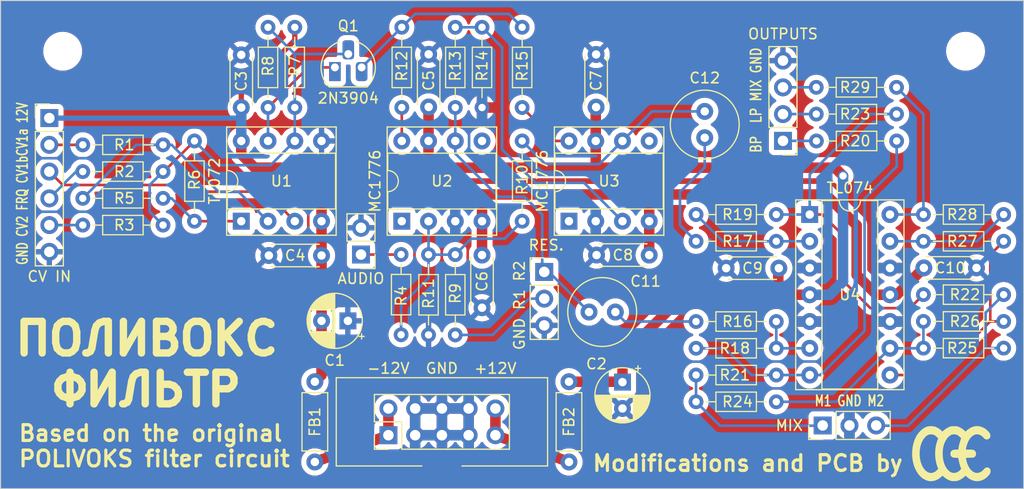
<source format=kicad_pcb>
(kicad_pcb (version 20221018) (generator pcbnew)
  (layers (0 "F.Cu" signal) (31 "B.Cu" signal) (34 "B.Paste" user) (35 "F.Paste" user) (36 "B.SilkS" user "B.Silkscreen") (37 "F.SilkS" user "F.Silkscreen") (38 "B.Mask" user) (39 "F.Mask" user) (44 "Edge.Cuts" user))
  (net 0 "")
  (net 1 "GND")
  (net 2 "-12V")
  (net 3 "+12V")
  (net 4 "/RES1")
  (net 5 "Net-(C11-Pad2)")
  (net 6 "Net-(C12-Pad1)")
  (net 7 "Net-(C12-Pad2)")
  (net 8 "Net-(J3-Pin_1)")
  (net 9 "Net-(J3-Pin_10)")
  (net 10 "/CV1_A")
  (net 11 "/CV1_B")
  (net 12 "/FRQ")
  (net 13 "/CV2")
  (net 14 "/AUDIO_IN")
  (net 15 "/RES2")
  (net 16 "/BPO")
  (net 17 "/MIX")
  (net 18 "/LPO")
  (net 19 "Net-(Q1-E)")
  (net 20 "Net-(Q1-B)")
  (net 21 "Net-(Q1-C)")
  (net 22 "Net-(U2A--)")
  (net 23 "Net-(R5-Pad1)")
  (net 24 "Net-(U2A-Iset)")
  (net 25 "Net-(U3A-+)")
  (net 26 "Net-(U3A-Iset)")
  (net 27 "Net-(U4B--)")
  (net 28 "Net-(U4C--)")
  (net 29 "Net-(R18-Pad1)")
  (net 30 "Net-(R19-Pad1)")
  (net 31 "/MIX1")
  (net 32 "/MIX2")
  (net 33 "Net-(U4A--)")
  (net 34 "Net-(R26-Pad1)")
  (net 35 "Net-(U4D--)")
  (net 36 "Net-(R28-Pad1)")
  (net 41 "Net-(U1A--)")
  (footprint "Package_DIP:DIP-8_W7.62mm_Socket" (layer "F.Cu") (at 135.6995 106.3117 90)
    (fp_text reference "U2" (at 3.81 3.81 180) (layer "F.SilkS"))
    (fp_text value "MC1776")
    (fp_text user "MC1776" (at 3.81 -2.54 90 unlocked) (layer "F.SilkS"))
    (pad "1" thru_hole rect (at 0 0 90) (size 1.6 1.6) (drill 0.8) (layers "*.Cu" "*.Mask"))
    (pad "2" thru_hole oval (at 0 2.54 90) (size 1.6 1.6) (drill 0.8) (layers "*.Cu" "*.Mask") (net 22 "Net-(U2A--)"))
    (pad "3" thru_hole oval (at 0 5.08 90) (size 1.6 1.6) (drill 0.8) (layers "*.Cu" "*.Mask") (net 1 "GND") (thermal_bridge_width 1))
    (pad "4" thru_hole oval (at 0 7.62 90) (size 1.6 1.6) (drill 0.8) (layers "*.Cu" "*.Mask") (net 2 "-12V"))
    (pad "5" thru_hole oval (at 7.62 7.62 90) (size 1.6 1.6) (drill 0.8) (layers "*.Cu" "*.Mask"))
    (pad "6" thru_hole oval (at 7.62 5.08 90) (size 1.6 1.6) (drill 0.8) (layers "*.Cu" "*.Mask") (net 4 "/RES1"))
    (pad "7" thru_hole oval (at 7.62 2.54 90) (size 1.6 1.6) (drill 0.8) (layers "*.Cu" "*.Mask") (net 3 "+12V"))
    (pad "8" thru_hole oval (at 7.62 0 90) (size 1.6 1.6) (drill 0.8) (layers "*.Cu" "*.Mask") (net 24 "Net-(U2A-Iset)"))
  )
  (footprint "CGE_footprints:C_Disc_D4.3mm_W1.9mm_P5.00mm" (layer "F.Cu") (at 143.3195 109.5267 -90)
    (fp_text reference "C6" (at 2.5 0 90) (layer "F.SilkS"))
    (fp_text value "100n")
    (pad "1" thru_hole circle (at 0 0 270) (size 1.6 1.6) (drill 0.8) (layers "*.Cu" "*.Mask") (net 2 "-12V"))
    (pad "2" thru_hole circle (at 5 0 270) (size 1.6 1.6) (drill 0.8) (layers "*.Cu" "*.Mask") (net 1 "GND"))
  )
  (footprint "CGE_footprints:R_Axial_DIN0204_L3.6mm_D1.6mm_P7.62mm_Horizontal" (layer "F.Cu") (at 175.0568 93.599)
    (fp_text reference "R29" (at 3.683 0) (layer "F.SilkS"))
    (fp_text value "1k")
    (pad "1" thru_hole circle (at 0 0) (size 1.4 1.4) (drill 0.7) (layers "*.Cu" "*.Mask") (net 17 "/MIX"))
    (pad "2" thru_hole oval (at 7.62 0) (size 1.4 1.4) (drill 0.7) (layers "*.Cu" "*.Mask") (net 36 "Net-(R28-Pad1)"))
  )
  (footprint "CGE_footprints:C_Disc_D4.3mm_W1.9mm_P5.00mm" (layer "F.Cu") (at 120.4595 95.5167 90)
    (fp_text reference "C3" (at 2.5 0 90) (layer "F.SilkS"))
    (fp_text value "100n")
    (pad "1" thru_hole circle (at 0 0 90) (size 1.6 1.6) (drill 0.8) (layers "*.Cu" "*.Mask") (net 3 "+12V"))
    (pad "2" thru_hole circle (at 5 0 90) (size 1.6 1.6) (drill 0.8) (layers "*.Cu" "*.Mask") (net 1 "GND"))
  )
  (footprint "CGE_footprints:R_Axial_DIN0204_L3.6mm_D1.6mm_P7.62mm_Horizontal" (layer "F.Cu") (at 171.2595 108.2167 180)
    (fp_text reference "R17" (at 3.683 0) (layer "F.SilkS"))
    (fp_text value "75k")
    (pad "1" thru_hole circle (at 0 0 180) (size 1.4 1.4) (drill 0.7) (layers "*.Cu" "*.Mask") (net 33 "Net-(U4A--)"))
    (pad "2" thru_hole oval (at 7.62 0 180) (size 1.4 1.4) (drill 0.7) (layers "*.Cu" "*.Mask") (net 7 "Net-(C12-Pad2)"))
  )
  (footprint "CGE_footprints:R_Axial_DIN0204_L3.6mm_D1.6mm_P7.62mm_Horizontal" (layer "F.Cu") (at 192.8495 113.284 180)
    (fp_text reference "R22" (at 3.683 0) (layer "F.SilkS"))
    (fp_text value "68k")
    (pad "1" thru_hole circle (at 0 0 180) (size 1.4 1.4) (drill 0.7) (layers "*.Cu" "*.Mask") (net 32 "/MIX2"))
    (pad "2" thru_hole oval (at 7.62 0 180) (size 1.4 1.4) (drill 0.7) (layers "*.Cu" "*.Mask") (net 30 "Net-(R19-Pad1)"))
  )
  (footprint "Package_DIP:DIP-8_W7.62mm_Socket" (layer "F.Cu") (at 120.4595 106.3117 90)
    (fp_text reference "U1" (at 3.81 3.81 180) (layer "F.SilkS"))
    (fp_text value "TL072")
    (fp_text user "TL072" (at 3.81 -2.54 90 unlocked) (layer "F.SilkS"))
    (pad "1" thru_hole rect (at 0 0 90) (size 1.6 1.6) (drill 0.8) (layers "*.Cu" "*.Mask") (net 23 "Net-(R5-Pad1)"))
    (pad "2" thru_hole oval (at 0 2.54 90) (size 1.6 1.6) (drill 0.8) (layers "*.Cu" "*.Mask") (net 41 "Net-(U1A--)"))
    (pad "3" thru_hole oval (at 0 5.08 90) (size 1.6 1.6) (drill 0.8) (layers "*.Cu" "*.Mask") (net 11 "/CV1_B"))
    (pad "4" thru_hole oval (at 0 7.62 90) (size 1.6 1.6) (drill 0.8) (layers "*.Cu" "*.Mask") (net 2 "-12V"))
    (pad "5" thru_hole oval (at 7.62 7.62 90) (size 1.6 1.6) (drill 0.8) (layers "*.Cu" "*.Mask") (net 1 "GND"))
    (pad "6" thru_hole oval (at 7.62 5.08 90) (size 1.6 1.6) (drill 0.8) (layers "*.Cu" "*.Mask") (net 20 "Net-(Q1-B)"))
    (pad "7" thru_hole oval (at 7.62 2.54 90) (size 1.6 1.6) (drill 0.8) (layers "*.Cu" "*.Mask") (net 19 "Net-(Q1-E)"))
    (pad "8" thru_hole oval (at 7.62 0 90) (size 1.6 1.6) (drill 0.8) (layers "*.Cu" "*.Mask") (net 3 "+12V"))
  )
  (footprint "CGE_footprints:R_Axial_DIN0204_L3.6mm_D1.6mm_P7.62mm_Horizontal" (layer "F.Cu") (at 113.03 99.06 180)
    (fp_text reference "R1" (at 3.683 0) (layer "F.SilkS"))
    (fp_text value "100k")
    (pad "1" thru_hole circle (at 0 0 180) (size 1.4 1.4) (drill 0.7) (layers "*.Cu" "*.Mask") (net 41 "Net-(U1A--)"))
    (pad "2" thru_hole oval (at 7.62 0 180) (size 1.4 1.4) (drill 0.7) (layers "*.Cu" "*.Mask") (net 10 "/CV1_A"))
  )
  (footprint "CGE_footprints:R_Axial_DIN0204_L3.6mm_D1.6mm_P7.62mm_Horizontal" (layer "F.Cu") (at 113.03 106.68 180)
    (fp_text reference "R3" (at 3.683 0) (layer "F.SilkS"))
    (fp_text value "100k")
    (pad "1" thru_hole circle (at 0 0 180) (size 1.4 1.4) (drill 0.7) (layers "*.Cu" "*.Mask") (net 20 "Net-(Q1-B)"))
    (pad "2" thru_hole oval (at 7.62 0 180) (size 1.4 1.4) (drill 0.7) (layers "*.Cu" "*.Mask") (net 13 "/CV2"))
  )
  (footprint "MountingHole:MountingHole_3.2mm_M3" (layer "F.Cu") (at 189.23 90.17)
    (fp_text reference "REF**" hide)
    (fp_text value "3.2mm")
    (pad "" np_thru_hole circle (at 0 0) (size 3.2 3.2) (drill 3.2) (layers "*.Cu" "*.Mask"))
  )
  (footprint "CGE_footprints:R_Axial_DIN0204_L3.6mm_D1.6mm_P7.62mm_Horizontal" (layer "F.Cu") (at 185.2295 108.2167)
    (fp_text reference "R27" (at 3.683 0) (layer "F.SilkS"))
    (fp_text value "100k")
    (pad "1" thru_hole circle (at 0 0) (size 1.4 1.4) (drill 0.7) (layers "*.Cu" "*.Mask") (net 35 "Net-(U4D--)"))
    (pad "2" thru_hole oval (at 7.62 0) (size 1.4 1.4) (drill 0.7) (layers "*.Cu" "*.Mask") (net 34 "Net-(R26-Pad1)"))
  )
  (footprint "Connector_PinHeader_2.54mm:PinHeader_1x02_P2.54mm_Vertical" (layer "F.Cu") (at 131.826 109.479 180)
    (fp_text reference "J12" hide)
    (fp_text value "AUDIO")
    (fp_text user "AUDIO" (at 0 -2.281 unlocked) (layer "F.SilkS"))
    (pad "1" thru_hole rect (at 0 0 180) (size 1.7 1.7) (drill 1) (layers "*.Cu" "*.Mask") (net 14 "/AUDIO_IN"))
    (pad "2" thru_hole oval (at 0 2.54 180) (size 1.7 1.7) (drill 1) (layers "*.Cu" "*.Mask") (net 1 "GND"))
  )
  (footprint "Connector_PinHeader_2.54mm:PinHeader_1x03_P2.54mm_Vertical" (layer "F.Cu") (at 175.6664 125.7046 90)
    (fp_text reference "J13" hide)
    (fp_text value "MIX")
    (fp_text user "MIX" (at 0 -3.175 unlocked) (layer "F.SilkS"))
    (fp_text user "M1 GND M2" (at 2.3368 2.54 unlocked) (layer "F.SilkS") (effects (font (size 1 0.75))))
    (pad "1" thru_hole rect (at 0 0 90) (size 1.7 1.7) (drill 1) (layers "*.Cu" "*.Mask") (net 31 "/MIX1"))
    (pad "2" thru_hole oval (at 0 2.54 90) (size 1.7 1.7) (drill 1) (layers "*.Cu" "*.Mask") (net 1 "GND") (thermal_bridge_width 1))
    (pad "3" thru_hole oval (at 0 5.08 90) (size 1.7 1.7) (drill 1) (layers "*.Cu" "*.Mask") (net 32 "/MIX2"))
  )
  (footprint "CGE_footprints:R_Axial_DIN0204_L3.6mm_D1.6mm_P7.62mm_Horizontal" (layer "F.Cu") (at 175.0568 96.139)
    (fp_text reference "R23" (at 3.683 0) (layer "F.SilkS"))
    (fp_text value "1k")
    (pad "1" thru_hole circle (at 0 0) (size 1.4 1.4) (drill 0.7) (layers "*.Cu" "*.Mask") (net 18 "/LPO"))
    (pad "2" thru_hole oval (at 7.62 0) (size 1.4 1.4) (drill 0.7) (layers "*.Cu" "*.Mask") (net 30 "Net-(R19-Pad1)"))
  )
  (footprint "Capacitor_THT:CP_Radial_D5.0mm_P2.50mm" (layer "F.Cu") (at 130.5814 115.7732 180)
    (fp_text reference "C1" (at 1.25 -3.75) (layer "F.SilkS"))
    (fp_text value "10u")
    (pad "1" thru_hole rect (at 0 0 180) (size 1.6 1.6) (drill 0.8) (layers "*.Cu" "*.Mask") (net 1 "GND"))
    (pad "2" thru_hole circle (at 2.5 0 180) (size 1.6 1.6) (drill 0.8) (layers "*.Cu" "*.Mask") (net 2 "-12V"))
  )
  (footprint "Capacitor_THT:CP_Radial_D5.0mm_P2.50mm" (layer "F.Cu") (at 156.6545 121.5917 -90)
    (fp_text reference "C2" (at -1.7291 2.4765 -180) (layer "F.SilkS"))
    (fp_text value "10u")
    (pad "1" thru_hole rect (at 0 0 270) (size 1.6 1.6) (drill 0.8) (layers "*.Cu" "*.Mask") (net 3 "+12V"))
    (pad "2" thru_hole circle (at 2.5 0 270) (size 1.6 1.6) (drill 0.8) (layers "*.Cu" "*.Mask") (net 1 "GND"))
  )
  (footprint "CGE_footprints:R_Axial_DIN0204_L3.6mm_D1.6mm_P7.62mm_Horizontal" (layer "F.Cu") (at 163.6395 120.9167)
    (fp_text reference "R21" (at 3.683 0) (layer "F.SilkS"))
    (fp_text value "68k")
    (pad "1" thru_hole circle (at 0 0) (size 1.4 1.4) (drill 0.7) (layers "*.Cu" "*.Mask") (net 31 "/MIX1"))
    (pad "2" thru_hole oval (at 7.62 0) (size 1.4 1.4) (drill 0.7) (layers "*.Cu" "*.Mask") (net 29 "Net-(R18-Pad1)"))
  )
  (footprint "CGE_footprints:R_Axial_DIN0204_L3.6mm_D1.6mm_P7.62mm_Horizontal" (layer "F.Cu") (at 116.0145 98.6917 -90)
    (fp_text reference "R6" (at 3.683 0 90) (layer "F.SilkS"))
    (fp_text value "47k")
    (pad "1" thru_hole circle (at 0 0 270) (size 1.4 1.4) (drill 0.7) (layers "*.Cu" "*.Mask") (net 20 "Net-(Q1-B)"))
    (pad "2" thru_hole oval (at 7.62 0 270) (size 1.4 1.4) (drill 0.7) (layers "*.Cu" "*.Mask") (net 23 "Net-(R5-Pad1)"))
  )
  (footprint "CGE_footprints:C_Disc_D4.3mm_W1.9mm_P5.00mm" (layer "F.Cu") (at 154.1526 95.4786 90)
    (fp_text reference "C7" (at 2.5 0 90) (layer "F.SilkS"))
    (fp_text value "100n")
    (pad "1" thru_hole circle (at 0 0 90) (size 1.6 1.6) (drill 0.8) (layers "*.Cu" "*.Mask") (net 3 "+12V"))
    (pad "2" thru_hole circle (at 5 0 90) (size 1.6 1.6) (drill 0.8) (layers "*.Cu" "*.Mask") (net 1 "GND"))
  )
  (footprint "CGE_footprints:R_Axial_DIN0204_L3.6mm_D1.6mm_P7.62mm_Horizontal" (layer "F.Cu") (at 192.8495 115.824 180)
    (fp_text reference "R26" (at 3.683 0) (layer "F.SilkS"))
    (fp_text value "240k")
    (pad "1" thru_hole circle (at 0 0 180) (size 1.4 1.4) (drill 0.7) (layers "*.Cu" "*.Mask") (net 34 "Net-(R26-Pad1)"))
    (pad "2" thru_hole oval (at 7.62 0 180) (size 1.4 1.4) (drill 0.7) (layers "*.Cu" "*.Mask") (net 28 "Net-(U4C--)"))
  )
  (footprint "CGE_footprints:R_Axial_DIN0204_L3.6mm_D1.6mm_P7.62mm_Horizontal" (layer "F.Cu") (at 171.2595 123.4567 180)
    (fp_text reference "R24" (at 3.683 0) (layer "F.SilkS"))
    (fp_text value "68k")
    (pad "1" thru_hole circle (at 0 0 180) (size 1.4 1.4) (drill 0.7) (layers "*.Cu" "*.Mask") (net 28 "Net-(U4C--)"))
    (pad "2" thru_hole oval (at 7.62 0 180) (size 1.4 1.4) (drill 0.7) (layers "*.Cu" "*.Mask") (net 31 "/MIX1"))
  )
  (footprint "CGE_footprints:C_Disc_D4.3mm_W1.9mm_P5.00mm" (layer "F.Cu") (at 128.0795 109.5667 180)
    (fp_text reference "C4" (at 2.5 0) (layer "F.SilkS"))
    (fp_text value "100n")
    (pad "1" thru_hole circle (at 0 0 180) (size 1.6 1.6) (drill 0.8) (layers "*.Cu" "*.Mask") (net 2 "-12V"))
    (pad "2" thru_hole circle (at 5 0 180) (size 1.6 1.6) (drill 0.8) (layers "*.Cu" "*.Mask") (net 1 "GND"))
  )
  (footprint "CGE_footprints:C_Disc_D4.3mm_W1.9mm_P5.00mm" (layer "F.Cu") (at 159.1945 109.5267 180)
    (fp_text reference "C8" (at 2.5 0) (layer "F.SilkS"))
    (fp_text value "100n")
    (pad "1" thru_hole circle (at 0 0 180) (size 1.6 1.6) (drill 0.8) (layers "*.Cu" "*.Mask") (net 2 "-12V"))
    (pad "2" thru_hole circle (at 5 0 180) (size 1.6 1.6) (drill 0.8) (layers "*.Cu" "*.Mask") (net 1 "GND"))
  )
  (footprint "Inductor_THT:L_Axial_L5.3mm_D2.2mm_P7.62mm_Horizontal_Vishay_IM-1" (layer "F.Cu") (at 127.4445 121.5517 -90)
    (fp_text reference "FB1" (at 3.81 0 90) (layer "F.SilkS"))
    (fp_text value "FB")
    (pad "1" thru_hole circle (at 0 0 270) (size 1.6 1.6) (drill 0.8) (layers "*.Cu" "*.Mask") (net 2 "-12V"))
    (pad "2" thru_hole oval (at 7.62 0 270) (size 1.6 1.6) (drill 0.8) (layers "*.Cu" "*.Mask") (net 8 "Net-(J3-Pin_1)"))
  )
  (footprint "CGE_footprints:R_Axial_DIN0204_L3.6mm_D1.6mm_P7.62mm_Horizontal" (layer "F.Cu") (at 185.2295 118.364)
    (fp_text reference "R25" (at 3.683 0) (layer "F.SilkS"))
    (fp_text value "68k")
    (pad "1" thru_hole circle (at 0 0) (size 1.4 1.4) (drill 0.7) (layers "*.Cu" "*.Mask") (net 28 "Net-(U4C--)"))
    (pad "2" thru_hole oval (at 7.62 0) (size 1.4 1.4) (drill 0.7) (layers "*.Cu" "*.Mask") (net 32 "/MIX2"))
  )
  (footprint "CGE_footprints:R_Axial_DIN0204_L3.6mm_D1.6mm_P7.62mm_Horizontal" (layer "F.Cu") (at 140.7795 109.4867 -90)
    (fp_text reference "R9" (at 3.683 0 90) (layer "F.SilkS"))
    (fp_text value "47k")
    (pad "1" thru_hole circle (at 0 0 270) (size 1.4 1.4) (drill 0.7) (layers "*.Cu" "*.Mask") (net 22 "Net-(U2A--)"))
    (pad "2" thru_hole oval (at 7.62 0 270) (size 1.4 1.4) (drill 0.7) (layers "*.Cu" "*.Mask") (net 15 "/RES2"))
  )
  (footprint "Capacitor_THT:C_Radial_D6.3mm_H7.0mm_P2.50mm" (layer "F.Cu") (at 164.465 95.885 -90)
    (fp_text reference "C12" (at -3.175 0 -180) (layer "F.SilkS"))
    (fp_text value "10u")
    (pad "1" thru_hole circle (at 0 0 270) (size 1.6 1.6) (drill 0.8) (layers "*.Cu" "*.Mask") (net 6 "Net-(C12-Pad1)"))
    (pad "2" thru_hole circle (at 2.5 0 270) (size 1.6 1.6) (drill 0.8) (layers "*.Cu" "*.Mask") (net 7 "Net-(C12-Pad2)"))
  )
  (footprint "CGE_footprints:R_Axial_DIN0204_L3.6mm_D1.6mm_P7.62mm_Horizontal" (layer "F.Cu") (at 171.2595 115.8367 180)
    (fp_text reference "R16" (at 3.683 0) (layer "F.SilkS"))
    (fp_text value "62k")
    (pad "1" thru_hole circle (at 0 0 180) (size 1.4 1.4) (drill 0.7) (layers "*.Cu" "*.Mask") (net 27 "Net-(U4B--)"))
    (pad "2" thru_hole oval (at 7.62 0 180) (size 1.4 1.4) (drill 0.7) (layers "*.Cu" "*.Mask") (net 5 "Net-(C11-Pad2)"))
  )
  (footprint "CGE_footprints:R_Axial_DIN0204_L3.6mm_D1.6mm_P7.62mm_Horizontal" (layer "F.Cu") (at 185.2295 105.6767)
    (fp_text reference "R28" (at 3.683 0) (layer "F.SilkS"))
    (fp_text value "100k")
    (pad "1" thru_hole circle (at 0 0) (size 1.4 1.4) (drill 0.7) (layers "*.Cu" "*.Mask") (net 36 "Net-(R28-Pad1)"))
    (pad "2" thru_hole oval (at 7.62 0) (size 1.4 1.4) (drill 0.7) (layers "*.Cu" "*.Mask") (net 35 "Net-(U4D--)"))
  )
  (footprint "CGE_footprints:R_Axial_DIN0204_L3.6mm_D1.6mm_P7.62mm_Horizontal" (layer "F.Cu") (at 135.6995 87.8967 -90)
    (fp_text reference "R12" (at 3.683 0 90) (layer "F.SilkS"))
    (fp_text value "110k")
    (pad "1" thru_hole circle (at 0 0 270) (size 1.4 1.4) (drill 0.7) (layers "*.Cu" "*.Mask") (net 21 "Net-(Q1-C)"))
    (pad "2" thru_hole oval (at 7.62 0 270) (size 1.4 1.4) (drill 0.7) (layers "*.Cu" "*.Mask") (net 24 "Net-(U2A-Iset)"))
  )
  (footprint "CGE_footprints:C_Disc_D4.3mm_W1.9mm_P5.00mm" (layer "F.Cu") (at 138.2522 95.464 90)
    (fp_text reference "C5" (at 2.5 0 90) (layer "F.SilkS"))
    (fp_text value "100n")
    (pad "1" thru_hole circle (at 0 0 90) (size 1.6 1.6) (drill 0.8) (layers "*.Cu" "*.Mask") (net 3 "+12V"))
    (pad "2" thru_hole circle (at 5 0 90) (size 1.6 1.6) (drill 0.8) (layers "*.Cu" "*.Mask") (net 1 "GND"))
  )
  (footprint "CGE_footprints:R_Axial_DIN0204_L3.6mm_D1.6mm_P7.62mm_Horizontal" (layer "F.Cu") (at 113.03 104.14 180)
    (fp_text reference "R5" (at 3.683 0) (layer "F.SilkS"))
    (fp_text value "100k")
    (pad "1" thru_hole circle (at 0 0 180) (size 1.4 1.4) (drill 0.7) (layers "*.Cu" "*.Mask") (net 23 "Net-(R5-Pad1)"))
    (pad "2" thru_hole oval (at 7.62 0 180) (size 1.4 1.4) (drill 0.7) (layers "*.Cu" "*.Mask") (net 41 "Net-(U1A--)"))
  )
  (footprint "CGE_footprints:R_Axial_DIN0204_L3.6mm_D1.6mm_P7.62mm_Horizontal" (layer "F.Cu") (at 147.1295 87.8967 -90)
    (fp_text reference "R15" (at 3.683 0 90) (layer "F.SilkS"))
    (fp_text value "110k")
    (pad "1" thru_hole circle (at 0 0 270) (size 1.4 1.4) (drill 0.7) (layers "*.Cu" "*.Mask") (net 21 "Net-(Q1-C)"))
    (pad "2" thru_hole oval (at 7.62 0 270) (size 1.4 1.4) (drill 0.7) (layers "*.Cu" "*.Mask") (net 26 "Net-(U3A-Iset)"))
  )
  (footprint "CGE_footprints:R_Axial_DIN0204_L3.6mm_D1.6mm_P7.62mm_Horizontal" (layer "F.Cu") (at 163.6395 118.3767)
    (fp_text reference "R18" (at 3.683 0) (layer "F.SilkS"))
    (fp_text value "100k")
    (pad "1" thru_hole circle (at 0 0) (size 1.4 1.4) (drill 0.7) (layers "*.Cu" "*.Mask") (net 29 "Net-(R18-Pad1)"))
    (pad "2" thru_hole oval (at 7.62 0) (size 1.4 1.4) (drill 0.7) (layers "*.Cu" "*.Mask") (net 27 "Net-(U4B--)"))
  )
  (footprint "Inductor_THT:L_Axial_L5.3mm_D2.2mm_P7.62mm_Horizontal_Vishay_IM-1" (layer "F.Cu") (at 151.5745 121.5517 -90)
    (fp_text reference "FB2" (at 3.81 0 90) (layer "F.SilkS"))
    (fp_text value "FB")
    (pad "1" thru_hole circle (at 0 0 270) (size 1.6 1.6) (drill 0.8) (layers "*.Cu" "*.Mask") (net 3 "+12V"))
    (pad "2" thru_hole oval (at 7.62 0 270) (size 1.6 1.6) (drill 0.8) (layers "*.Cu" "*.Mask") (net 9 "Net-(J3-Pin_10)"))
  )
  (footprint "CGE_footprints:R_Axial_DIN0204_L3.6mm_D1.6mm_P7.62mm_Horizontal" (layer "F.Cu") (at 175.0695 98.6917)
    (fp_text reference "R20" (at 3.683 0) (layer "F.SilkS"))
    (fp_text value "1k")
    (pad "1" thru_hole circle (at 0 0) (size 1.4 1.4) (drill 0.7) (layers "*.Cu" "*.Mask") (net 16 "/BPO"))
    (pad "2" thru_hole oval (at 7.62 0) (size 1.4 1.4) (drill 0.7) (layers "*.Cu" "*.Mask") (net 29 "Net-(R18-Pad1)"))
  )
  (footprint "CGE_footprints:C_Disc_D4.3mm_W1.9mm_P5.00mm" (layer "F.Cu") (at 185.2695 110.744)
    (fp_text reference "C10" (at 2.5 0) (layer "F.SilkS"))
    (fp_text value "100n")
    (pad "1" thru_hole circle (at 0 0) (size 1.6 1.6) (drill 0.8) (layers "*.Cu" "*.Mask") (net 2 "-12V"))
    (pad "2" thru_hole circle (at 5 0) (size 1.6 1.6) (drill 0.8) (layers "*.Cu" "*.Mask") (net 1 "GND"))
  )
  (footprint "CGE_footprints:R_Axial_DIN0204_L3.6mm_D1.6mm_P7.62mm_Horizontal" (layer "F.Cu") (at 143.3195 87.8967 -90)
    (fp_text reference "R14" (at 3.683 0 90) (layer "F.SilkS"))
    (fp_text value "1k")
    (pad "1" thru_hole circle (at 0 0 270) (size 1.4 1.4) (drill 0.7) (layers "*.Cu" "*.Mask") (net 25 "Net-(U3A-+)"))
    (pad "2" thru_hole oval (at 7.62 0 270) (size 1.4 1.4) (drill 0.7) (layers "*.Cu" "*.Mask") (net 1 "GND") (thermal_bridge_width 1))
  )
  (footprint "Connector_PinHeader_2.54mm:PinHeader_1x04_P2.54mm_Vertical" (layer "F.Cu") (at 171.8945 98.6817 180)
    (fp_text reference "J4" hide)
    (fp_text value "OUTPUTS")
    (fp_text user "OUTPUTS" (at 0 10.15 unlocked) (layer "F.SilkS"))
    (fp_text user "BP  LP MIX GND" (at 2.5527 3.8635 90 unlocked) (layer "F.SilkS") (effects (font (size 1 0.8))))
    (pad "1" thru_hole rect (at 0 0 180) (size 1.7 1.7) (drill 1) (layers "*.Cu" "*.Mask") (net 16 "/BPO"))
    (pad "2" thru_hole oval (at 0 2.54 180) (size 1.7 1.7) (drill 1) (layers "*.Cu" "*.Mask") (net 18 "/LPO"))
    (pad "3" thru_hole oval (at 0 5.08 180) (size 1.7 1.7) (drill 1) (layers "*.Cu" "*.Mask") (net 17 "/MIX"))
    (pad "4" thru_hole oval (at 0 7.62 180) (size 1.7 1.7) (drill 1) (layers "*.Cu" "*.Mask") (net 1 "GND"))
  )
  (footprint "CGE_footprints:R_Axial_DIN0204_L3.6mm_D1.6mm_P7.62mm_Horizontal" (layer "F.Cu") (at 122.9995 87.8967 -90)
    (fp_text reference "R8" (at 3.683 0 90) (layer "F.SilkS"))
    (fp_text value "3k")
    (pad "1" thru_hole circle (at 0 0 270) (size 1.4 1.4) (drill 0.7) (layers "*.Cu" "*.Mask") (net 20 "Net-(Q1-B)"))
    (pad "2" thru_hole oval (at 7.62 0 270) (size 1.4 1.4) (drill 0.7) (layers "*.Cu" "*.Mask") (net 19 "Net-(Q1-E)"))
  )
  (footprint "CGE_footprints:R_Axial_DIN0204_L3.6mm_D1.6mm_P7.62mm_Horizontal" (layer "F.Cu") (at 147.1295 98.6917 -90)
    (fp_text reference "R10" (at 3.683 0 90) (layer "F.SilkS"))
    (fp_text value "47k")
    (pad "1" thru_hole circle (at 0 0 270) (size 1.4 1.4) (drill 0.7) (layers "*.Cu" "*.Mask") (net 6 "Net-(C12-Pad1)"))
    (pad "2" thru_hole oval (at 7.62 0 270) (size 1.4 1.4) (drill 0.7) (layers "*.Cu" "*.Mask") (net 22 "Net-(U2A--)"))
  )
  (footprint "CGE_footprints:R_Axial_DIN0204_L3.6mm_D1.6mm_P7.62mm_Horizontal" (layer "F.Cu") (at 138.2395 109.4867 -90)
    (fp_text reference "R11" (at 3.683 0 90) (layer "F.SilkS"))
    (fp_text value "1k")
    (pad "1" thru_hole circle (at 0 0 270) (size 1.4 1.4) (drill 0.7) (layers "*.Cu" "*.Mask") (net 22 "Net-(U2A--)"))
    (pad "2" thru_hole oval (at 7.62 0 270) (size 1.4 1.4) (drill 0.7) (layers "*.Cu" "*.Mask") (net 1 "GND"))
  )
  (footprint "CGE_footprints:R_Axial_DIN0204_L3.6mm_D1.6mm_P7.62mm_Horizontal" (layer "F.Cu") (at 135.636 117.094 90)
    (fp_text reference "R4" (at 3.683 0 90) (layer "F.SilkS"))
    (fp_text value "47k")
    (pad "1" thru_hole circle (at 0 0 90) (size 1.4 1.4) (drill 0.7) (layers "*.Cu" "*.Mask") (net 22 "Net-(U2A--)"))
    (pad "2" thru_hole oval (at 7.62 0 90) (size 1.4 1.4) (drill 0.7) (layers "*.Cu" "*.Mask") (net 14 "/AUDIO_IN"))
  )
  (footprint "Package_DIP:DIP-14_W7.62mm_Socket" (layer "F.Cu") (at 174.4345 105.6767)
    (fp_text reference "U4" (at 3.81 7.62) (layer "F.SilkS"))
    (fp_text value "TL074")
    (fp_text user "TL074" (at 3.8227 -2.5273 unlocked) (layer "F.SilkS"))
    (pad "1" thru_hole rect (at 0 0) (size 1.6 1.6) (drill 0.8) (layers "*.Cu" "*.Mask") (net 30 "Net-(R19-Pad1)"))
    (pad "2" thru_hole oval (at 0 2.54) (size 1.6 1.6) (drill 0.8) (layers "*.Cu" "*.Mask") (net 33 "Net-(U4A--)"))
    (pad "3" thru_hole oval (at 0 5.08) (size 1.6 1.6) (drill 0.8) (layers "*.Cu" "*.Mask") (net 1 "GND") (thermal_bridge_width 1))
    (pad "4" thru_hole oval (at 0 7.62) (size 1.6 1.6) (drill 0.8) (layers "*.Cu" "*.Mask") (net 3 "+12V"))
    (pad "5" thru_hole oval (at 0 10.16) (size 1.6 1.6) (drill 0.8) (layers "*.Cu" "*.Mask") (net 1 "GND") (thermal_bridge_width 1))
    (pad "6" thru_hole oval (at 0 12.7) (size 1.6 1.6) (drill 0.8) (layers "*.Cu" "*.Mask") (net 27 "Net-(U4B--)"))
    (pad "7" thru_hole oval (at 0 15.24) (size 1.6 1.6) (drill 0.8) (layers "*.Cu" "*.Mask") (net 29 "Net-(R18-Pad1)"))
    (pad "8" thru_hole oval (at 7.62 15.24) (size 1.6 1.6) (drill 0.8) (layers "*.Cu" "*.Mask") (net 34 "Net-(R26-Pad1)"))
    (pad "9" thru_hole oval (at 7.62 12.7) (size 1.6 1.6) (drill 0.8) (layers "*.Cu" "*.Mask") (net 28 "Net-(U4C--)"))
    (pad "10" thru_hole oval (at 7.62 10.16) (size 1.6 1.6) (drill 0.8) (layers "*.Cu" "*.Mask") (net 1 "GND") (thermal_bridge_width 1))
    (pad "11" thru_hole oval (at 7.62 7.62) (size 1.6 1.6) (drill 0.8) (layers "*.Cu" "*.Mask") (net 2 "-12V"))
    (pad "12" thru_hole oval (at 7.62 5.08) (size 1.6 1.6) (drill 0.8) (layers "*.Cu" "*.Mask") (net 1 "GND") (thermal_bridge_width 1))
    (pad "13" thru_hole oval (at 7.62 2.54) (size 1.6 1.6) (drill 0.8) (layers "*.Cu" "*.Mask") (net 35 "Net-(U4D--)"))
    (pad "14" thru_hole oval (at 7.62 0) (size 1.6 1.6) (drill 0.8) (layers "*.Cu" "*.Mask") (net 36 "Net-(R28-Pad1)"))
  )
  (footprint "Connector_PinHeader_2.54mm:PinHeader_1x03_P2.54mm_Vertical" (layer "F.Cu") (at 149.225 111.125)
    (fp_text reference "J2" hide)
    (fp_text value "RESONANCE")
    (fp_text user "RES." (at 0.1855 -2.54 unlocked) (layer "F.SilkS"))
    (fp_text user "GND R1 R2" (at -2.3545 3.175 90 unlocked) (layer "F.SilkS"))
    (pad "1" thru_hole rect (at 0 0) (size 1.7 1.7) (drill 1) (layers "*.Cu" "*.Mask") (net 4 "/RES1"))
    (pad "2" thru_hole oval (at 0 2.54) (size 1.7 1.7) (drill 1) (layers "*.Cu" "*.Mask") (net 15 "/RES2"))
    (pad "3" thru_hole oval (at 0 5.08) (size 1.7 1.7) (drill 1) (layers "*.Cu" "*.Mask") (net 1 "GND"))
  )
  (footprint "Package_DIP:DIP-8_W7.62mm_Socket" (layer "F.Cu") (at 151.5745 106.3117 90)
    (fp_text reference "U3" (at 3.81 3.81 180) (layer "F.SilkS"))
    (fp_text value "MC1776")
    (fp_text user "MC1776" (at 3.81 -2.54 90 unlocked) (layer "F.SilkS"))
    (pad "1" thru_hole rect (at 0 0 90) (size 1.6 1.6) (drill 0.8) (layers "*.Cu" "*.Mask"))
    (pad "2" thru_hole oval (at 0 2.54 90) (size 1.6 1.6) (drill 0.8) (layers "*.Cu" "*.Mask") (net 1 "GND") (thermal_bridge_width 1))
    (pad "3" thru_hole oval (at 0 5.08 90) (size 1.6 1.6) (drill 0.8) (layers "*.Cu" "*.Mask") (net 25 "Net-(U3A-+)"))
    (pad "4" thru_hole oval (at 0 7.62 90) (size 1.6 1.6) (drill 0.8) (layers "*.Cu" "*.Mask") (net 2 "-12V"))
    (pad "5" thru_hole oval (at 7.62 7.62 90) (size 1.6 1.6) (drill 0.8) (layers "*.Cu" "*.Mask"))
    (pad "6" thru_hole oval (at 7.62 5.08 90) (size 1.6 1.6) (drill 0.8) (layers "*.Cu" "*.Mask") (net 6 "Net-(C12-Pad1)"))
    (pad "7" thru_hole oval (at 7.62 2.54 90) (size 1.6 1.6) (drill 0.8) (layers "*.Cu" "*.Mask") (net 3 "+12V"))
    (pad "8" thru_hole oval (at 7.62 0 90) (size 1.6 1.6) (drill 0.8) (layers "*.Cu" "*.Mask") (net 26 "Net-(U3A-Iset)"))
  )
  (footprint "Package_TO_SOT_THT:TO-92_HandSolder" (layer "F.Cu") (at 129.3495 91.7067)
    (fp_text reference "Q1" (at 1.27 -3.937) (layer "F.SilkS"))
    (fp_text value "2N3904")
    (fp_text user "2N3904" (at 1.27 2.921 unlocked) (layer "F.SilkS"))
    (pad "1" thru_hole rect (at 0 0) (size 1.1 1.8) (drill 0.75 (offset 0 0.4)) (layers "*.Cu" "*.Mask") (net 19 "Net-(Q1-E)"))
    (pad "2" thru_hole roundrect (at 1.27 -1.27) (size 1.1 1.8) (drill 0.75 (offset 0 -0.4)) (layers "*.Cu" "*.Mask") (net 20 "Net-(Q1-B)"))
    (pad "3" thru_hole roundrect (at 2.54 0) (size 1.1 1.8) (drill 0.75 (offset 0 0.4)) (layers "*.Cu" "*.Mask") (net 21 "Net-(Q1-C)"))
  )
  (footprint "Connector_PinHeader_2.54mm:PinHeader_1x06_P2.54mm_Vertical" (layer "F.Cu") (at 102.235 96.52)
    (fp_text reference "J1" hide)
    (fp_text value "CV IN")
    (fp_text user "CV IN" (at 0 15.0368 unlocked) (layer "F.SilkS"))
    (fp_text user "GND CV2 FRQ CV1bCV1a 12V" (at -2.5654 6.223 90 unlocked) (layer "F.SilkS") (effects (font (size 1 0.7))))
    (pad "1" thru_hole rect (at 0 0) (size 1.7 1.7) (drill 1) (layers "*.Cu" "*.Mask") (net 3 "+12V"))
    (pad "2" thru_hole oval (at 0 2.54) (size 1.7 1.7) (drill 1) (layers "*.Cu" "*.Mask") (net 10 "/CV1_A"))
    (pad "3" thru_hole oval (at 0 5.08) (size 1.7 1.7) (drill 1) (layers "*.Cu" "*.Mask") (net 11 "/CV1_B"))
    (pad "4" thru_hole oval (at 0 7.62) (size 1.7 1.7) (drill 1) (layers "*.Cu" "*.Mask") (net 12 "/FRQ"))
    (pad "5" thru_hole oval (at 0 10.16) (size 1.7 1.7) (drill 1) (layers "*.Cu" "*.Mask") (net 13 "/CV2"))
    (pad "6" thru_hole oval (at 0 12.7) (size 1.7 1.7) (drill 1) (layers "*.Cu" "*.Mask") (net 1 "GND"))
  )
  (footprint "CGE_footprints:CGE_logo_med" (layer "F.Cu") (at 187.96 128.27)
    (fp_text reference "REFe" hide)
    (fp_text value "CGE_logo")
  )
  (footprint "CGE_footprints:C_Disc_D4.3mm_W1.9mm_P5.00mm" (layer "F.Cu") (at 171.5008 110.7694 180)
    (fp_text reference "C9" (at 2.5 0) (layer "F.SilkS"))
    (fp_text value "100n")
    (pad "1" thru_hole circle (at 0 0 180) (size 1.6 1.6) (drill 0.8) (layers "*.Cu" "*.Mask") (net 3 "+12V"))
    (pad "2" thru_hole circle (at 5 0 180) (size 1.6 1.6) (drill 0.8) (layers "*.Cu" "*.Mask") (net 1 "GND"))
  )
  (footprint "Capacitor_THT:C_Radial_D6.3mm_H7.0mm_P2.50mm" (layer "F.Cu") (at 153.4795 114.935)
    (fp_text reference "C11" (at 5.3721 -2.921) (layer "F.SilkS"))
    (fp_text value "10u")
    (pad "1" thru_hole circle (at 0 0) (size 1.6 1.6) (drill 0.8) (layers "*.Cu" "*.Mask") (net 4 "/RES1"))
    (pad "2" thru_hole circle (at 2.5 0) (size 1.6 1.6) (drill 0.8) (layers "*.Cu" "*.Mask") (net 5 "Net-(C11-Pad2)"))
  )
  (footprint "MountingHole:MountingHole_3.2mm_M3" (layer "F.Cu") (at 103.505 90.17)
    (fp_text reference "REF**" hide)
    (fp_text value "3.2mm")
    (pad "" np_thru_hole circle (at 0 0) (size 3.2 3.2) (drill 3.2) (layers "*.Cu" "*.Mask"))
  )
  (footprint "CGE_footprints:R_Axial_DIN0204_L3.6mm_D1.6mm_P7.62mm_Horizontal" (layer "F.Cu") (at 125.5395 87.8967 -90)
    (fp_text reference "R7" (at 3.683 0 90) (layer "F.SilkS"))
    (fp_text value "100k")
    (pad "1" thru_hole circle (at 0 0 270) (size 1.4 1.4) (drill 0.7) (layers "*.Cu" "*.Mask") (net 3 "+12V"))
    (pad "2" thru_hole oval (at 7.62 0 270) (size 1.4 1.4) (drill 0.7) (layers "*.Cu" "*.Mask") (net 20 "Net-(Q1-B)"))
  )
  (footprint "CGE_footprints:R_Axial_DIN0204_L3.6mm_D1.6mm_P7.62mm_Horizontal" (layer "F.Cu") (at 171.2595 105.6767 180)
    (fp_text reference "R19" (at 3.683 0) (layer "F.SilkS"))
    (fp_text value "100k")
    (pad "1" thru_hole circle (at 0 0 180) (size 1.4 1.4) (drill 0.7) (layers "*.Cu" "*.Mask") (net 30 "Net-(R19-Pad1)"))
    (pad "2" thru_hole oval (at 7.62 0 180) (size 1.4 1.4) (drill 0.7) (layers "*.Cu" "*.Mask") (net 33 "Net-(U4A--)"))
  )
  (footprint "CGE_footprints:R_Axial_DIN0204_L3.6mm_D1.6mm_P7.62mm_Horizontal" (layer "F.Cu") (at 113.03 101.6 180)
    (fp_text reference "R2" (at 3.683 0) (layer "F.SilkS"))
    (fp_text value "180k")
    (pad "1" thru_hole circle (at 0 0 180) (size 1.4 1.4) (drill 0.7) (layers "*.Cu" "*.Mask") (net 20 "Net-(Q1-B)"))
    (pad "2" thru_hole oval (at 7.62 0 180) (size 1.4 1.4) (drill 0.7) (layers "*.Cu" "*.Mask") (net 12 "/FRQ"))
  )
  (footprint "CGE_footprints:Power_2x05" (layer "F.Cu") (at 144.5895 124.0917 -90)
    (fp_text reference "J3" hide)
    (fp_text value "POWER")
    (fp_text user "-12V" (at -3.81 10.16 unlocked) (layer "F.SilkS"))
    (fp_text user "GND" (at -3.81 5.08 unlocked) (layer "F.SilkS"))
    (fp_text user "+12V" (at -3.81 0 unlocked) (layer "F.SilkS"))
    (pad "1" thru_hole rect (at 2.54 10.16 90) (size 1.7 1.7) (drill 1) (layers "*.Cu" "*.Mask") (net 8 "Net-(J3-Pin_1)"))
    (pad "2" thru_hole oval (at 0 10.16 90) (size 1.7 1.7) (drill 1) (layers "*.Cu" "*.Mask") (net 8 "Net-(J3-Pin_1)"))
    (pad "3" thru_hole oval (at 2.54 7.62 90) (size 1.7 1.7) (drill 1) (layers "*.Cu" "*.Mask") (net 1 "GND") (thermal_bridge_width 1))
    (pad "4" thru_hole oval (at 0 7.62 90) (size 1.7 1.7) (drill 1) (layers "*.Cu" "*.Mask") (net 1 "GND") (thermal_bridge_width 1))
    (pad "5" thru_hole oval (at 2.54 5.08 90) (size 1.7 1.7) (drill 1) (layers "*.Cu" "*.Mask") (net 1 "GND") (thermal_bridge_width 1))
    (pad "6" thru_hole oval (at 0 5.08 90) (size 1.7 1.7) (drill 1) (layers "*.Cu" "*.Mask") (net 1 "GND") (thermal_bridge_width 1))
    (pad "7" thru_hole oval (at 2.54 2.54 90) (size 1.7 1.7) (drill 1) (layers "*.Cu" "*.Mask") (net 1 "GND") (thermal_bridge_width 1))
    (pad "8" thru_hole oval (at 0 2.54 90) (size 1.7 1.7) (drill 1) (layers "*.Cu" "*.Mask") (net 1 "GND") (thermal_bridge_width 1))
    (pad "9" thru_hole oval (at 2.54 0 90) (size 1.7 1.7) (drill 1) (layers "*.Cu" "*.Mask") (net 9 "Net-(J3-Pin_10)"))
    (pad "10" thru_hole oval (at 0 0 90) (size 1.7 1.7) (drill 1) (layers "*.Cu" "*.Mask") (net 9 "Net-(J3-Pin_10)"))
  )
  (footprint "CGE_footprints:R_Axial_DIN0204_L3.6mm_D1.6mm_P7.62mm_Horizontal" (layer "F.Cu") (at 140.7795 87.8967 -90)
    (fp_text reference "R13" (at 3.683 0 90) (layer "F.SilkS"))
    (fp_text value "47k")
    (pad "1" thru_hole circle (at 0 0 270) (size 1.4 1.4) (drill 0.7) (layers "*.Cu" "*.Mask") (net 25 "Net-(U3A-+)"))
    (pad "2" thru_hole oval (at 7.62 0 270) (size 1.4 1.4) (drill 0.7) (layers "*.Cu" "*.Mask") (net 4 "/RES1"))
  )
  (gr_rect (start 97.5995 85.3567) (end 194.7545 131.7117) (stroke (width 0.1)) (fill none) (layer "Edge.Cuts"))
  (gr_text "Modifications and PCB by" (at 153.67 130.175) (layer "F.SilkS") (effects (font (size 1.5 1.5) (thickness 0.3) bold) (justify left bottom)))
  (gr_text "Based on the original\nPOLIVOKS filter circuit" (at 99.187 129.7432) (layer "F.SilkS") (effects (font (size 1.5 1.5) (thickness 0.3) bold) (justify left bottom)))
  (gr_text "ПОЛИВОКС\nФИЛЬТР" (at 111.4806 124.0536) (layer "F.SilkS") (effects (font (size 3 3) (thickness 0.7) bold) (justify bottom)))
  (segment (start 139.4968 110.617) (end 139.4968 108.077) (width 0.25) (layer "F.Cu") (net 1))
  (segment (start 126.8222 107.6452) (end 126.8222 105.1052) (width 0.25) (layer "F.Cu") (net 1))
  (segment (start 141.9606 110.617) (end 141.9606 108.077) (width 0.25) (layer "F.Cu") (net 1))
  (segment (start 136.906 110.617) (end 136.906 108.077) (width 0.25) (layer "F.Cu") (net 1))
  (segment (start 162.3695 119.6467) (end 164.9095 119.6467) (width 0.25) (layer "B.Cu") (net 1))
  (segment (start 114.808 97.409) (end 117.348 97.409) (width 0.25) (layer "B.Cu") (net 1))
  (segment (start 142.0876 99.9236) (end 142.0876 97.3836) (width 0.25) (layer "B.Cu") (net 1))
  (segment (start 169.9895 122.1867) (end 172.5295 122.1867) (width 0.25) (layer "B.Cu") (net 1))
  (segment (start 169.9768 119.634) (end 172.5168 119.634) (width 0.25) (layer "B.Cu") (net 1))
  (segment (start 104.14 105.41) (end 106.68 105.41) (width 0.25) (layer "B.Cu") (net 1))
  (segment (start 100.965 105.41) (end 103.505 105.41) (width 0.25) (layer "B.Cu") (net 1))
  (segment (start 104.14 100.33) (end 106.68 100.33) (width 0.25) (layer "B.Cu") (net 1))
  (segment (start 173.228 119.634) (end 175.768 119.634) (width 0.25) (layer "B.Cu") (net 1))
  (segment (start 100.9396 100.33) (end 103.4796 100.33) (width 0.25) (layer "B.Cu") (net 1))
  (segment (start 128.0814 120.9148) (end 127.4445 121.5517) (width 1) (layer "F.Cu") (net 2))
  (segment (start 128.0795 109.5667) (end 128.0814 109.5686) (width 1) (layer "F.Cu") (net 2))
  (segment (start 175.9585 103.7717) (end 178.8922 106.7054) (width 1) (layer "F.Cu") (net 2))
  (segment (start 128.0814 115.7732) (end 128.0814 120.9148) (width 1) (layer "F.Cu") (net 2))
  (segment (start 128.0814 109.5686) (end 128.0814 115.7732) (width 1) (layer "F.Cu") (net 2))
  (segment (start 178.8922 111.4044) (end 180.7845 113.2967) (width 1) (layer "F.Cu") (net 2))
  (segment (start 128.0795 105.0417) (end 129.3495 103.7717) (width 1) (layer "F.Cu") (net 2))
  (segment (start 182.7168 113.2967) (end 185.2695 110.744) (width 1) (layer "F.Cu") (net 2))
  (segment (start 178.8922 106.7054) (end 178.8922 111.4044) (width 1) (layer "F.Cu") (net 2))
  (segment (start 129.3495 103.7717) (end 143.3195 103.7717) (width 1) (layer "F.Cu") (net 2))
  (segment (start 180.7845 113.2967) (end 182.0545 113.2967) (width 1) (layer "F.Cu") (net 2))
  (segment (start 159.1945 106.3117) (end 159.1945 109.5267) (width 1) (layer "F.Cu") (net 2))
  (segment (start 182.0545 113.2967) (end 182.7168 113.2967) (width 1) (layer "F.Cu") (net 2))
  (segment (start 143.3195 103.7717) (end 143.3195 106.3117) (width 1) (layer "F.Cu") (net 2))
  (segment (start 159.1945 103.7717) (end 175.9585 103.7717) (width 1) (layer "F.Cu") (net 2))
  (segment (start 128.0795 109.5667) (end 128.0795 105.0417) (width 1) (layer "F.Cu") (net 2))
  (segment (start 143.3195 106.3117) (end 143.3195 109.5267) (width 1) (layer "F.Cu") (net 2))
  (segment (start 143.3195 103.7717) (end 159.1945 103.7717) (width 1) (layer "F.Cu") (net 2))
  (segment (start 159.1945 103.7717) (end 159.1945 106.3117) (width 1) (layer "F.Cu") (net 2))
  (segment (start 121.7295 101.2317) (end 138.2395 101.2317) (width 1) (layer "F.Cu") (net 3))
  (segment (start 162.4965 113.2967) (end 171.45 113.2967) (width 1) (layer "F.Cu") (net 3))
  (segment (start 138.2395 101.2317) (end 138.2395 98.6917) (width 1) (layer "F.Cu") (net 3))
  (segment (start 120.4595 98.6917) (end 120.4595 99.9617) (width 1) (layer "F.Cu") (net 3))
  (segment (start 156.6145 121.5517) (end 156.6545 121.5917) (width 1) (layer "F.Cu") (net 3))
  (segment (start 151.5745 121.5517) (end 156.6145 121.5517) (width 1) (layer "F.Cu") (net 3))
  (segment (start 120.4595 94.1959) (end 125.5395 89.1159) (width 0.5) (layer "F.Cu") (net 3))
  (segment (start 156.6545 121.5917) (end 156.6545 119.1387) (width 1) (layer "F.Cu") (net 3))
  (segment (start 138.2395 98.6917) (end 138.2395 95.4767) (width 1) (layer "F.Cu") (net 3))
  (segment (start 138.2395 101.2317) (end 154.1145 101.2317) (width 1) (layer "F.Cu") (net 3))
  (segment (start 154.1145 101.2317) (end 154.1145 98.6917) (width 1) (layer "F.Cu") (net 3))
  (segment (start 171.45 111.125) (end 171.45 113.2967) (width 1) (layer "F.Cu") (net 3))
  (segment (start 176.8221 101.2317) (end 154.1145 101.2317) (width 1) (layer "F.Cu") (net 3))
  (segment (start 120.4595 99.9617) (end 121.7295 101.2317) (width 1) (layer "F.Cu") (net 3))
  (segment (start 120.4595 95.5167) (end 120.4595 94.1959) (width 0.5) (layer "F.Cu") (net 3))
  (segment (start 125.5395 89.1159) (end 125.5395 87.8967) (width 0.5) (layer "F.Cu") (net 3))
  (segment (start 171.45 113.2967) (end 174.4345 113.2967) (width 1) (layer "F.Cu") (net 3))
  (segment (start 156.6545 119.1387) (end 162.4965 113.2967) (width 1) (layer "F.Cu") (net 3))
  (segment (start 154.1145 98.6917) (end 154.1145 95.5167) (width 1) (layer "F.Cu") (net 3))
  (segment (start 177.5968 102.0064) (end 176.8221 101.2317) (width 1) (layer "F.Cu") (net 3))
  (via (at 177.5968 102.0064) (size 1) (drill 0.7) (layers "F.Cu" "B.Cu") (net 3))
  (segment (start 120.4595 95.5167) (end 120.4595 98.6917) (width 1) (layer "B.Cu") (net 3))
  (segment (start 177.5968 102.0064) (end 177.5968 112.0394) (width 1) (layer "B.Cu") (net 3))
  (segment (start 102.235 96.52) (end 120.4595 96.52) (width 0.5) (layer "B.Cu") (net 3))
  (segment (start 176.3395 113.2967) (end 174.4345 113.2967) (width 1) (layer "B.Cu") (net 3))
  (segment (start 177.5968 112.0394) (end 176.3395 113.2967) (width 1) (layer "B.Cu") (net 3))
  (segment (start 149.0345 110.9345) (end 149.225 111.125) (width 0.25) (layer "B.Cu") (net 4))
  (segment (start 149.0345 105.6767) (end 149.0345 110.9345) (width 0.25) (layer "B.Cu") (net 4))
  (segment (start 149.6695 111.125) (end 153.4795 114.935) (width 0.25) (layer "B.Cu") (net 4))
  (segment (start 144.8816 103.9876) (end 147.3454 103.9876) (width 0.25) (layer "B.Cu") (net 4))
  (segment (start 140.7795 95.5167) (end 140.7795 98.6917) (width 0.25) (layer "B.Cu") (net 4))
  (segment (start 149.225 111.125) (end 149.6695 111.125) (width 0.25) (layer "B.Cu") (net 4))
  (segment (start 147.3454 103.9876) (end 149.0345 105.6767) (width 0.25) (layer "B.Cu") (net 4))
  (segment (start 140.7795 99.8855) (end 144.8816 103.9876) (width 0.25) (layer "B.Cu") (net 4))
  (segment (start 140.7795 98.6917) (end 140.7795 99.8855) (width 0.25) (layer "B.Cu") (net 4))
  (segment (start 155.9795 114.935) (end 156.8812 115.8367) (width 0.25) (layer "B.Cu") (net 5))
  (segment (start 156.8812 115.8367) (end 163.6395 115.8367) (width 0.25) (layer "B.Cu") (net 5))
  (segment (start 147.1295 98.6917) (end 149.3266 100.8888) (width 0.25) (layer "B.Cu") (net 6))
  (segment (start 154.4574 100.8888) (end 156.6545 98.6917) (width 0.25) (layer "B.Cu") (net 6))
  (segment (start 149.3266 100.8888) (end 154.4574 100.8888) (width 0.25) (layer "B.Cu") (net 6))
  (segment (start 156.6545 98.6917) (end 159.4612 95.885) (width 0.25) (layer "B.Cu") (net 6))
  (segment (start 159.4612 95.885) (end 164.465 95.885) (width 0.25) (layer "B.Cu") (net 6))
  (segment (start 162.1155 106.6927) (end 163.6395 108.2167) (width 0.25) (layer "B.Cu") (net 7))
  (segment (start 162.1155 103.5431) (end 162.1155 106.6927) (width 0.25) (layer "B.Cu") (net 7))
  (segment (start 164.465 98.385) (end 164.465 101.1936) (width 0.25) (layer "B.Cu") (net 7))
  (segment (start 164.465 101.1936) (end 162.1155 103.5431) (width 0.25) (layer "B.Cu") (net 7))
  (segment (start 134.4295 126.6317) (end 127.4445 129.1717) (width 1) (layer "F.Cu") (net 8))
  (segment (start 134.4295 124.0917) (end 134.4295 126.6317) (width 1) (layer "F.Cu") (net 8))
  (segment (start 144.5895 126.6317) (end 151.5745 129.1717) (width 1) (layer "F.Cu") (net 9))
  (segment (start 144.5895 124.0917) (end 144.5895 126.6317) (width 1) (layer "F.Cu") (net 9))
  (segment (start 102.235 99.06) (end 105.41 99.06) (width 0.25) (layer "F.Cu") (net 10))
  (segment (start 103.505 102.87) (end 113.8428 102.87) (width 0.25) (layer "F.Cu") (net 11))
  (segment (start 113.8428 102.87) (end 116.205 103.505) (width 0.25) (layer "F.Cu") (net 11))
  (segment (start 102.235 101.6) (end 103.505 102.87) (width 0.25) (layer "F.Cu") (net 11))
  (segment (start 122.7328 103.505) (end 125.5395 106.3117) (width 0.25) (layer "F.Cu") (net 11))
  (segment (start 116.205 103.505) (end 122.7328 103.505) (width 0.25) (layer "F.Cu") (net 11))
  (segment (start 104.775 101.6) (end 105.41 101.6) (width 0.25) (layer "B.Cu") (net 12))
  (segment (start 102.235 104.14) (end 104.775 101.6) (width 0.25) (layer "B.Cu") (net 12))
  (segment (start 102.235 106.68) (end 105.41 106.68) (width 0.25) (layer "B.Cu") (net 13))
  (segment (start 131.826 109.479) (end 135.631 109.479) (width 0.25) (layer "F.Cu") (net 14))
  (segment (start 135.631 109.479) (end 135.636 109.474) (width 0.25) (layer "F.Cu") (net 14))
  (segment (start 140.7795 117.1067) (end 144.3278 117.1067) (width 0.25) (layer "B.Cu") (net 15))
  (segment (start 147.7695 113.665) (end 149.225 113.665) (width 0.25) (layer "B.Cu") (net 15))
  (segment (start 144.3278 117.1067) (end 147.7695 113.665) (width 0.25) (layer "B.Cu") (net 15))
  (segment (start 175.0595 98.6817) (end 175.0695 98.6917) (width 0.25) (layer "B.Cu") (net 16))
  (segment (start 171.8945 98.6817) (end 175.0595 98.6817) (width 0.25) (layer "B.Cu") (net 16))
  (segment (start 171.8972 93.599) (end 175.0568 93.599) (width 0.25) (layer "B.Cu") (net 17))
  (segment (start 171.8945 93.6017) (end 171.8972 93.599) (width 0.25) (layer "B.Cu") (net 17))
  (segment (start 171.8945 96.1417) (end 171.8972 96.139) (width 0.25) (layer "B.Cu") (net 18))
  (segment (start 171.8972 96.139) (end 175.0568 96.139) (width 0.25) (layer "B.Cu") (net 18))
  (segment (start 126.8095 91.7067) (end 129.3495 91.7067) (width 0.25) (layer "F.Cu") (net 19))
  (segment (start 122.9995 95.5167) (end 126.8095 91.7067) (width 0.25) (layer "F.Cu") (net 19))
  (segment (start 122.9995 98.6917) (end 122.9995 95.5167) (width 0.25) (layer "B.Cu") (net 19))
  (segment (start 113.03 101.6) (end 113.1062 101.6) (width 0.25) (layer "F.Cu") (net 20))
  (segment (start 113.1062 101.6) (end 116.0145 98.6917) (width 0.25) (layer "F.Cu") (net 20))
  (segment (start 111.76 102.87) (end 113.03 101.6) (width 0.25) (layer "B.Cu") (net 20))
  (segment (start 125.5395 95.5167) (end 125.5395 91.2114) (width 0.25) (layer "B.Cu") (net 20))
  (segment (start 125.5395 91.2114) (end 125.5395 90.4367) (width 0.25) (layer "B.Cu") (net 20))
  (segment (start 116.0145 98.6917) (end 118.3132 100.9904) (width 0.25) (layer "B.Cu") (net 20))
  (segment (start 125.5395 98.6917) (end 125.5395 95.5167) (width 0.25) (layer "B.Cu") (net 20))
  (segment (start 130.6195 90.4367) (end 125.5395 90.4367) (width 0.25) (layer "B.Cu") (net 20))
  (segment (start 118.3132 100.9904) (end 123.2408 100.9904) (width 0.25) (layer "B.Cu") (net 20))
  (segment (start 123.2408 100.9904) (end 125.5395 98.6917) (width 0.25) (layer "B.Cu") (net 20))
  (segment (start 113.03 106.68) (end 111.76 105.41) (width 0.25) (layer "B.Cu") (net 20))
  (segment (start 111.76 105.41) (end 111.76 102.87) (width 0.25) (layer "B.Cu") (net 20))
  (segment (start 125.5395 90.4367) (end 122.9995 87.8967) (width 0.25) (layer "B.Cu") (net 20))
  (segment (start 136.9695 86.6267) (end 145.8595 86.6267) (width 0.25) (layer "B.Cu") (net 21))
  (segment (start 135.6995 87.8967) (end 136.9695 86.6267) (width 0.25) (layer "B.Cu") (net 21))
  (segment (start 131.8895 91.7067) (end 135.6995 87.8967) (width 0.25) (layer "B.Cu") (net 21))
  (segment (start 145.8595 86.6267) (end 147.1295 87.8967) (width 0.25) (layer "B.Cu") (net 21))
  (segment (start 138.2395 111.6965) (end 138.2395 109.4867) (width 0.25) (layer "B.Cu") (net 22))
  (segment (start 138.2395 109.4867) (end 140.7795 109.4867) (width 0.25) (layer "B.Cu") (net 22))
  (segment (start 145.4785 107.9627) (end 147.1295 106.3117) (width 0.25) (layer "B.Cu") (net 22))
  (segment (start 138.2395 108.2167) (end 138.2395 109.4867) (width 0.25) (layer "B.Cu") (net 22))
  (segment (start 138.2395 106.3117) (end 138.2395 108.2167) (width 0.25) (layer "B.Cu") (net 22))
  (segment (start 140.7795 109.4867) (end 142.3035 107.9627) (width 0.25) (layer "B.Cu") (net 22))
  (segment (start 142.3035 107.9627) (end 145.4785 107.9627) (width 0.25) (layer "B.Cu") (net 22))
  (segment (start 135.636 114.3) (end 138.2395 111.6965) (width 0.25) (layer "B.Cu") (net 22))
  (segment (start 135.636 117.094) (end 135.636 114.3) (width 0.25) (layer "B.Cu") (net 22))
  (segment (start 116.0145 106.3117) (end 120.4595 106.3117) (width 0.25) (layer "F.Cu") (net 23))
  (segment (start 113.8428 104.14) (end 116.0145 106.3117) (width 0.25) (layer "B.Cu") (net 23))
  (segment (start 113.03 104.14) (end 113.8428 104.14) (width 0.25) (layer "B.Cu") (net 23))
  (segment (start 135.6995 95.5167) (end 135.6995 98.6917) (width 0.25) (layer "F.Cu") (net 24))
  (segment (start 140.7795 87.8967) (end 143.3195 87.8967) (width 0.25) (layer "B.Cu") (net 25))
  (segment (start 143.3195 87.8967) (end 145.2245 89.8017) (width 0.25) (layer "B.Cu") (net 25))
  (segment (start 145.2245 99.5045) (end 148.3868 102.6668) (width 0.25) (layer "B.Cu") (net 25))
  (segment (start 153.0096 102.6668) (end 156.6545 106.3117) (width 0.25) (layer "B.Cu") (net 25))
  (segment (start 145.2245 89.8017) (end 145.2245 99.5045) (width 0.25) (layer "B.Cu") (net 25))
  (segment (start 148.3868 102.6668) (end 153.0096 102.6668) (width 0.25) (layer "B.Cu") (net 25))
  (segment (start 150.3045 98.6917) (end 151.5745 98.6917) (width 0.25) (layer "F.Cu") (net 26))
  (segment (start 147.1295 95.5167) (end 150.3045 98.6917) (width 0.25) (layer "F.Cu") (net 26))
  (segment (start 171.2595 118.3767) (end 174.4345 118.3767) (width 0.25) (layer "B.Cu") (net 27))
  (segment (start 171.2595 115.8367) (end 171.2595 118.3767) (width 0.25) (layer "B.Cu") (net 27))
  (segment (start 171.2595 123.4567) (end 176.9745 123.4567) (width 0.25) (layer "B.Cu") (net 28))
  (segment (start 185.2168 118.3767) (end 185.2295 118.364) (width 0.25) (layer "B.Cu") (net 28))
  (segment (start 182.0545 118.3767) (end 185.2168 118.3767) (width 0.25) (layer "B.Cu") (net 28))
  (segment (start 185.2295 115.824) (end 185.2295 118.364) (width 0.25) (layer "B.Cu") (net 28))
  (segment (start 176.9745 123.4567) (end 182.0545 118.3767) (width 0.25) (layer "B.Cu") (net 28))
  (segment (start 171.2595 120.9167) (end 174.4345 120.9167) (width 0.25) (layer "B.Cu") (net 29))
  (segment (start 163.6395 118.3767) (end 166.3827 118.3767) (width 0.25) (layer "B.Cu") (net 29))
  (segment (start 182.6895 101.128426) (end 179.6415 104.176426) (width 0.25) (layer "B.Cu") (net 29))
  (segment (start 166.3827 118.3767) (end 168.9227 120.9167) (width 0.25) (layer "B.Cu") (net 29))
  (segment (start 179.6415 116.7257) (end 175.4505 120.9167) (width 0.25) (layer "B.Cu") (net 29))
  (segment (start 175.4505 120.9167) (end 174.4345 120.9167) (width 0.25) (layer "B.Cu") (net 29))
  (segment (start 182.6895 98.6917) (end 182.6895 101.128426) (width 0.25) (layer "B.Cu") (net 29))
  (segment (start 179.6415 104.176426) (end 179.6415 116.7257) (width 0.25) (layer "B.Cu") (net 29))
  (segment (start 168.9227 120.9167) (end 171.2595 120.9167) (width 0.25) (layer "B.Cu") (net 29))
  (segment (start 177.6222 107.6833) (end 175.6156 105.6767) (width 0.25) (layer "F.Cu") (net 30))
  (segment (start 185.2295 113.284) (end 183.9468 114.5667) (width 0.25) (layer "F.Cu") (net 30))
  (segment (start 177.6222 111.9886) (end 177.6222 107.6833) (width 0.25) (layer "F.Cu") (net 30))
  (segment (start 175.6156 105.6767) (end 174.4345 105.6767) (width 0.25) (layer "F.Cu") (net 30))
  (segment (start 183.9468 114.5667) (end 180.2003 114.5667) (width 0.25) (layer "F.Cu") (net 30))
  (segment (start 180.2003 114.5667) (end 177.6222 111.9886) (width 0.25) (layer "F.Cu") (net 30))
  (segment (start 171.2595 105.6767) (end 174.4345 105.6767) (width 0.25) (layer "B.Cu") (net 30))
  (segment (start 174.4345 101.8667) (end 174.4345 105.6767) (width 0.25) (layer "B.Cu") (net 30))
  (segment (start 182.6768 96.139) (end 180.1622 96.139) (width 0.25) (layer "B.Cu") (net 30))
  (segment (start 180.1622 96.139) (end 174.4345 101.8667) (width 0.25) (layer "B.Cu") (net 30))
  (segment (start 165.9128 125.73) (end 175.641 125.73) (width 0.25) (layer "B.Cu") (net 31))
  (segment (start 163.6395 120.9167) (end 163.6395 123.4567) (width 0.25) (layer "B.Cu") (net 31))
  (segment (start 175.641 125.73) (end 175.6664 125.7046) (width 0.25) (layer "B.Cu") (net 31))
  (segment (start 163.6395 123.4567) (end 165.9128 125.73) (width 0.25) (layer "B.Cu") (net 31))
  (segment (start 190.5 118.999) (end 191.135 118.364) (width 0.25) (layer "B.Cu") (net 32))
  (segment (start 191.135 118.364) (end 191.135 114.9985) (width 0.25) (layer "B.Cu") (net 32))
  (segment (start 192.8495 118.364) (end 191.135 118.364) (width 0.25) (layer "B.Cu") (net 32))
  (segment (start 180.7464 125.7046) (end 180.7718 125.73) (width 0.25) (layer "B.Cu") (net 32))
  (segment (start 183.769 125.73) (end 190.5 118.999) (width 0.25) (layer "B.Cu") (net 32))
  (segment (start 180.7718 125.73) (end 183.769 125.73) (width 0.25) (layer "B.Cu") (net 32))
  (segment (start 191.135 114.9985) (end 192.8495 113.284) (width 0.25) (layer "B.Cu") (net 32))
  (segment (start 166.1795 108.2167) (end 171.2595 108.2167) (width 0.25) (layer "B.Cu") (net 33))
  (segment (start 171.2595 108.2167) (end 174.4345 108.2167) (width 0.25) (layer "B.Cu") (net 33))
  (segment (start 163.6395 105.6767) (end 166.1795 108.2167) (width 0.25) (layer "B.Cu") (net 33))
  (segment (start 186.4868 120.9167) (end 191.16675 116.23675) (width 0.25) (layer "F.Cu") (net 34))
  (segment (start 182.0545 120.9167) (end 186.4868 120.9167) (width 0.25) (layer "F.Cu") (net 34))
  (segment (start 191.5795 115.824) (end 192.8495 115.824) (width 0.25) (layer "F.Cu") (net 34))
  (segment (start 191.16675 116.23675) (end 191.5795 115.824) (width 0.25) (layer "F.Cu") (net 34))
  (segment (start 192.8495 108.2167) (end 191.5795 109.4867) (width 0.25) (layer "F.Cu") (net 34))
  (segment (start 191.5795 109.4867) (end 191.5795 115.824) (width 0.25) (layer "F.Cu") (net 34))
  (segment (start 182.0545 108.2167) (end 185.2295 108.2167) (width 0.25) (layer "B.Cu") (net 35))
  (segment (start 185.2295 108.2167) (end 190.3095 108.2167) (width 0.25) (layer "B.Cu") (net 35))
  (segment (start 190.3095 108.2167) (end 192.8495 105.6767) (width 0.25) (layer "B.Cu") (net 35))
  (segment (start 182.0545 105.6767) (end 185.2295 105.6767) (width 0.25) (layer "B.Cu") (net 36))
  (segment (start 182.6768 93.599) (end 185.2295 96.1517) (width 0.25) (layer "B.Cu") (net 36))
  (segment (start 185.2295 96.1517) (end 185.2295 105.6767) (width 0.25) (layer "B.Cu") (net 36))
  (segment (start 110.49 99.06) (end 113.03 99.06) (width 0.25) (layer "B.Cu") (net 41))
  (segment (start 105.41 104.14) (end 110.49 99.06) (width 0.25) (layer "B.Cu") (net 41))
  (segment (start 113.8428 99.06) (end 118.3132 103.5304) (width 0.25) (layer "B.Cu") (net 41))
  (segment (start 113.03 99.06) (end 113.8428 99.06) (width 0.25) (layer "B.Cu") (net 41))
  (segment (start 118.3132 103.5304) (end 120.2182 103.5304) (width 0.25) (layer "B.Cu") (net 41))
  (segment (start 120.2182 103.5304) (end 122.9995 106.3117) (width 0.25) (layer "B.Cu") (net 41))
  (zone (net 1) (net_name "GND") (layers "F&B.Cu") (connect_pads (clearance 0.5)) (min_thickness 0.25) (fill yes (thermal_gap 0.5) (thermal_bridge_width 0.5))
    (polygon (pts (xy 97.5995 85.3567) (xy 194.7645 85.3567) (xy 194.7645 131.7117) (xy 97.6095 131.7117)))
  )
)
</source>
